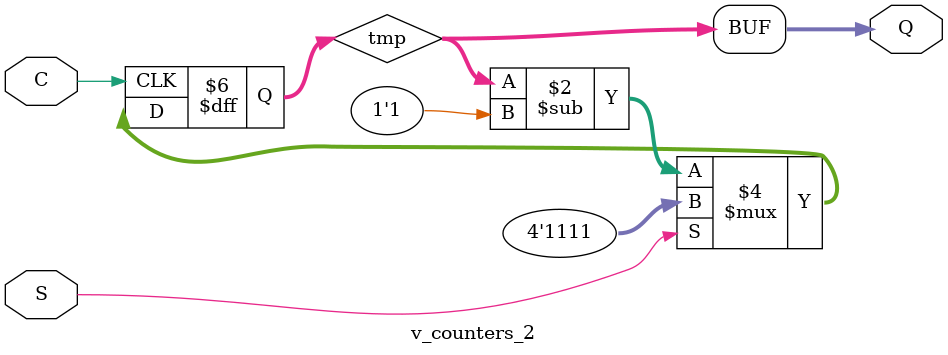
<source format=v>
module v_counters_2 (C, S, Q);
    input C, S;
    output [3:0] Q;
    reg [3:0] tmp;

    always @(posedge C)
    begin
        if (S)
            tmp <= 4'b1111;
        else
            tmp <= tmp - 1'b1;
    end

    assign Q = tmp;

endmodule

</source>
